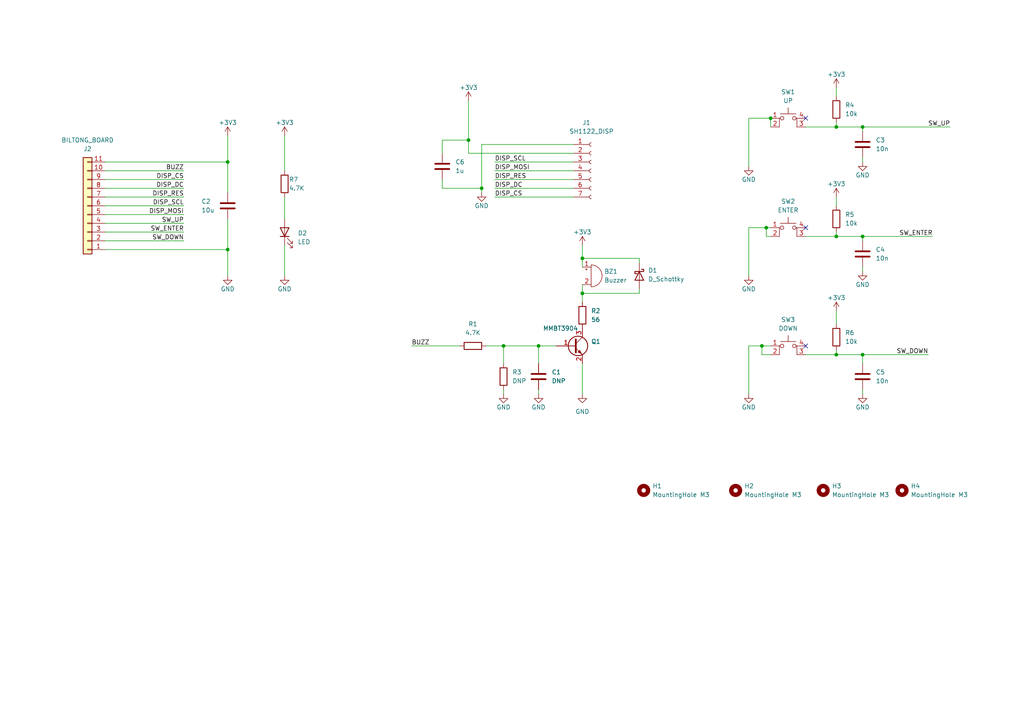
<source format=kicad_sch>
(kicad_sch (version 20230121) (generator eeschema)
  (paper "A4")
  (lib_symbols
    (symbol "Connector:Conn_01x07_Socket" (pin_names (offset 1.016) hide)
      (property "Reference" "J" (at 0 10.16 0))
      (property "Value" "Conn_01x07_Socket" (at 0 -10.16 0))
      (symbol "Conn_01x07_Socket_1_1"
        (arc (start 0 -7.112) (mid -0.5058 -7.62) (end 0 -8.128) (stroke (width 0.1524)))
        (arc (start 0 -4.572) (mid -0.5058 -5.08) (end 0 -5.588) (stroke (width 0.1524)))
        (arc (start 0 -2.032) (mid -0.5058 -2.54) (end 0 -3.048) (stroke (width 0.1524)))
        (polyline (pts (xy -1.27 -7.62) (xy -0.508 -7.62)) (stroke (width 0.1524)))
        (polyline (pts (xy -1.27 -5.08) (xy -0.508 -5.08)) (stroke (width 0.1524)))
        (polyline (pts (xy -1.27 -2.54) (xy -0.508 -2.54)) (stroke (width 0.1524)))
        (polyline (pts (xy -1.27 0) (xy -0.508 0)) (stroke (width 0.1524)))
        (polyline (pts (xy -1.27 2.54) (xy -0.508 2.54)) (stroke (width 0.1524)))
        (polyline (pts (xy -1.27 5.08) (xy -0.508 5.08)) (stroke (width 0.1524)))
        (polyline (pts (xy -1.27 7.62) (xy -0.508 7.62)) (stroke (width 0.1524)))
        (arc (start 0 0.508) (mid -0.5058 0) (end 0 -0.508) (stroke (width 0.1524)))
        (arc (start 0 3.048) (mid -0.5058 2.54) (end 0 2.032) (stroke (width 0.1524)))
        (arc (start 0 5.588) (mid -0.5058 5.08) (end 0 4.572) (stroke (width 0.1524)))
        (arc (start 0 8.128) (mid -0.5058 7.62) (end 0 7.112) (stroke (width 0.1524)))
        (pin passive line (at -5.08 7.62 0) (length 3.81) (name "Pin_1") (number "1"))
        (pin passive line (at -5.08 5.08 0) (length 3.81) (name "Pin_2") (number "2"))
        (pin passive line (at -5.08 2.54 0) (length 3.81) (name "Pin_3") (number "3"))
        (pin passive line (at -5.08 0 0) (length 3.81) (name "Pin_4") (number "4"))
        (pin passive line (at -5.08 -2.54 0) (length 3.81) (name "Pin_5") (number "5"))
        (pin passive line (at -5.08 -5.08 0) (length 3.81) (name "Pin_6") (number "6"))
        (pin passive line (at -5.08 -7.62 0) (length 3.81) (name "Pin_7") (number "7"))
      )
    )
    (symbol "Connector_Generic:Conn_01x11" (pin_names (offset 1.016) hide)
      (property "Reference" "J" (at 0 15.24 0))
      (property "Value" "Conn_01x11" (at 0 -15.24 0))
      (symbol "Conn_01x11_1_1"
        (rectangle (start -1.27 -12.573) (end 0 -12.827) (stroke (width 0.1524)))
        (rectangle (start -1.27 -10.033) (end 0 -10.287) (stroke (width 0.1524)))
        (rectangle (start -1.27 -7.493) (end 0 -7.747) (stroke (width 0.1524)))
        (rectangle (start -1.27 -4.953) (end 0 -5.207) (stroke (width 0.1524)))
        (rectangle (start -1.27 -2.413) (end 0 -2.667) (stroke (width 0.1524)))
        (rectangle (start -1.27 0.127) (end 0 -0.127) (stroke (width 0.1524)))
        (rectangle (start -1.27 2.667) (end 0 2.413) (stroke (width 0.1524)))
        (rectangle (start -1.27 5.207) (end 0 4.953) (stroke (width 0.1524)))
        (rectangle (start -1.27 7.747) (end 0 7.493) (stroke (width 0.1524)))
        (rectangle (start -1.27 10.287) (end 0 10.033) (stroke (width 0.1524)))
        (rectangle (start -1.27 12.827) (end 0 12.573) (stroke (width 0.1524)))
        (rectangle (start -1.27 13.97) (end 1.27 -13.97) (stroke (width 0.254)) (fill (type background)))
        (pin passive line (at -5.08 12.7 0) (length 3.81) (name "Pin_1") (number "1"))
        (pin passive line (at -5.08 -10.16 0) (length 3.81) (name "Pin_10") (number "10"))
        (pin passive line (at -5.08 -12.7 0) (length 3.81) (name "Pin_11") (number "11"))
        (pin passive line (at -5.08 10.16 0) (length 3.81) (name "Pin_2") (number "2"))
        (pin passive line (at -5.08 7.62 0) (length 3.81) (name "Pin_3") (number "3"))
        (pin passive line (at -5.08 5.08 0) (length 3.81) (name "Pin_4") (number "4"))
        (pin passive line (at -5.08 2.54 0) (length 3.81) (name "Pin_5") (number "5"))
        (pin passive line (at -5.08 0 0) (length 3.81) (name "Pin_6") (number "6"))
        (pin passive line (at -5.08 -2.54 0) (length 3.81) (name "Pin_7") (number "7"))
        (pin passive line (at -5.08 -5.08 0) (length 3.81) (name "Pin_8") (number "8"))
        (pin passive line (at -5.08 -7.62 0) (length 3.81) (name "Pin_9") (number "9"))
      )
    )
    (symbol "Device:Buzzer" (pin_names (offset 0.0254) hide)
      (property "Reference" "BZ" (at 3.81 1.27 0))
      (property "Value" "Buzzer" (at 3.81 -1.27 0))
      (symbol "Buzzer_0_1"
        (arc (start 0 -3.175) (mid 3.1612 0) (end 0 3.175))
        (polyline (pts (xy -1.651 1.905) (xy -1.143 1.905)))
        (polyline (pts (xy -1.397 2.159) (xy -1.397 1.651)))
        (polyline (pts (xy 0 3.175) (xy 0 -3.175)))
      )
      (symbol "Buzzer_1_1"
        (pin passive line (at -2.54 2.54 0) (length 2.54) (name "-") (number "1"))
        (pin passive line (at -2.54 -2.54 0) (length 2.54) (name "+") (number "2"))
      )
    )
    (symbol "Device:C" (pin_numbers hide) (pin_names (offset 0.254))
      (property "Reference" "C" (at 0.635 2.54 0))
      (property "Value" "C" (at 0.635 -2.54 0))
      (symbol "C_0_1"
        (polyline (pts (xy -2.032 -0.762) (xy 2.032 -0.762)) (stroke (width 0.508)))
        (polyline (pts (xy -2.032 0.762) (xy 2.032 0.762)) (stroke (width 0.508)))
      )
      (symbol "C_1_1"
        (pin passive line (at 0 3.81 270) (length 2.794) (name "~") (number "1"))
        (pin passive line (at 0 -3.81 90) (length 2.794) (name "~") (number "2"))
      )
    )
    (symbol "Device:D_Schottky" (pin_numbers hide) (pin_names (offset 1.016) hide)
      (property "Reference" "D" (at 0 2.54 0))
      (property "Value" "D_Schottky" (at 0 -2.54 0))
      (symbol "D_Schottky_0_1"
        (polyline (pts (xy 1.27 0) (xy -1.27 0)))
        (polyline (pts (xy 1.27 1.27) (xy 1.27 -1.27) (xy -1.27 0) (xy 1.27 1.27)) (stroke (width 0.254)))
        (polyline (pts (xy -1.905 0.635) (xy -1.905 1.27) (xy -1.27 1.27) (xy -1.27 -1.27) (xy -0.635 -1.27) (xy -0.635 -0.635)) (stroke (width 0.254)))
      )
      (symbol "D_Schottky_1_1"
        (pin passive line (at -3.81 0 0) (length 2.54) (name "K") (number "1"))
        (pin passive line (at 3.81 0 180) (length 2.54) (name "A") (number "2"))
      )
    )
    (symbol "Device:LED" (pin_numbers hide) (pin_names (offset 1.016) hide)
      (property "Reference" "D" (at 0 2.54 0))
      (property "Value" "LED" (at 0 -2.54 0))
      (symbol "LED_0_1"
        (polyline (pts (xy -1.27 -1.27) (xy -1.27 1.27)) (stroke (width 0.254)))
        (polyline (pts (xy -1.27 0) (xy 1.27 0)))
        (polyline (pts (xy 1.27 -1.27) (xy 1.27 1.27) (xy -1.27 0) (xy 1.27 -1.27)) (stroke (width 0.254)))
        (polyline (pts (xy -3.048 -0.762) (xy -4.572 -2.286) (xy -3.81 -2.286) (xy -4.572 -2.286) (xy -4.572 -1.524)))
        (polyline (pts (xy -1.778 -0.762) (xy -3.302 -2.286) (xy -2.54 -2.286) (xy -3.302 -2.286) (xy -3.302 -1.524)))
      )
      (symbol "LED_1_1"
        (pin passive line (at -3.81 0 0) (length 2.54) (name "K") (number "1"))
        (pin passive line (at 3.81 0 180) (length 2.54) (name "A") (number "2"))
      )
    )
    (symbol "Device:R" (pin_numbers hide) (pin_names (offset 0))
      (property "Reference" "R" (at 2.032 0 90))
      (property "Value" "R" (at 0 0 90))
      (symbol "R_0_1"
        (rectangle (start -1.016 -2.54) (end 1.016 2.54) (stroke (width 0.254)))
      )
      (symbol "R_1_1"
        (pin passive line (at 0 3.81 270) (length 1.27) (name "~") (number "1"))
        (pin passive line (at 0 -3.81 90) (length 1.27) (name "~") (number "2"))
      )
    )
    (symbol "Mechanical:MountingHole" (pin_names (offset 1.016))
      (property "Reference" "H" (at 0 5.08 0))
      (property "Value" "MountingHole" (at 0 3.175 0))
      (symbol "MountingHole_0_1"
        (circle (center 0 0) (radius 1.27) (stroke (width 1.27)))
      )
    )
    (symbol "Switch:SW_MEC_5E" (pin_names (offset 1.016) hide)
      (property "Reference" "SW" (at 0.635 5.715 0))
      (property "Value" "SW_MEC_5E" (at 0 -3.175 0))
      (symbol "SW_MEC_5E_0_1"
        (circle (center -1.778 2.54) (radius 0.508))
        (polyline (pts (xy -2.286 3.81) (xy 2.286 3.81)))
        (polyline (pts (xy 0 3.81) (xy 0 5.588)))
        (polyline (pts (xy -2.54 0) (xy -2.54 2.54) (xy -2.286 2.54)))
        (polyline (pts (xy 2.54 0) (xy 2.54 2.54) (xy 2.286 2.54)))
        (circle (center 1.778 2.54) (radius 0.508))
        (pin passive line (at -5.08 2.54 0) (length 2.54) (name "1") (number "1"))
        (pin passive line (at -5.08 0 0) (length 2.54) (name "2") (number "2"))
        (pin passive line (at 5.08 0 180) (length 2.54) (name "K") (number "3"))
        (pin passive line (at 5.08 2.54 180) (length 2.54) (name "A") (number "4"))
      )
    )
    (symbol "Transistor_BJT:MMBT3904" (pin_names (offset 0) hide)
      (property "Reference" "Q" (at 5.08 1.905 0))
      (property "Value" "MMBT3904" (at 5.08 0 0))
      (symbol "MMBT3904_0_1"
        (polyline (pts (xy 0.635 0.635) (xy 2.54 2.54)))
        (polyline (pts (xy 0.635 -0.635) (xy 2.54 -2.54) (xy 2.54 -2.54)))
        (polyline (pts (xy 0.635 1.905) (xy 0.635 -1.905) (xy 0.635 -1.905)) (stroke (width 0.508)))
        (polyline (pts (xy 1.27 -1.778) (xy 1.778 -1.27) (xy 2.286 -2.286) (xy 1.27 -1.778) (xy 1.27 -1.778)) (fill (type outline)))
        (circle (center 1.27 0) (radius 2.8194) (stroke (width 0.254)))
      )
      (symbol "MMBT3904_1_1"
        (pin input line (at -5.08 0 0) (length 5.715) (name "B") (number "1"))
        (pin passive line (at 2.54 -5.08 90) (length 2.54) (name "E") (number "2"))
        (pin passive line (at 2.54 5.08 270) (length 2.54) (name "C") (number "3"))
      )
    )
    (symbol "power:+3V3" (power) (pin_names (offset 0))
      (property "Value" "+3V3" (at 0 3.556 0))
      (symbol "+3V3_0_1"
        (polyline (pts (xy -0.762 1.27) (xy 0 2.54)))
        (polyline (pts (xy 0 0) (xy 0 2.54)))
        (polyline (pts (xy 0 2.54) (xy 0.762 1.27)))
      )
      (symbol "+3V3_1_1"
        (pin power_in line (at 0 0 90) (length 0) hide (name "+3V3") (number "1"))
      )
    )
    (symbol "power:GND" (power) (pin_names (offset 0))
      (property "Value" "GND" (at 0 -3.81 0))
      (symbol "GND_0_1"
        (polyline (pts (xy 0 0) (xy 0 -1.27) (xy 1.27 -1.27) (xy 0 -2.54) (xy -1.27 -1.27) (xy 0 -1.27)))
      )
      (symbol "GND_1_1"
        (pin power_in line (at 0 0 270) (length 0) hide (name "GND") (number "1"))
      )
    )
  )
  (junction (at 220.98 100.33))
  (junction (at 242.57 102.87))
  (junction (at 250.19 36.83))
  (junction (at 242.57 68.58))
  (junction (at 66.04 46.99))
  (junction (at 223.52 34.29))
  (junction (at 168.91 74.93))
  (junction (at 66.04 72.39))
  (junction (at 222.25 66.04))
  (junction (at 135.89 40.64))
  (junction (at 139.7 54.61))
  (junction (at 168.91 85.09))
  (junction (at 146.05 100.33))
  (junction (at 242.57 36.83))
  (junction (at 250.19 102.87))
  (junction (at 250.19 68.58))
  (junction (at 156.21 100.33))
  (no_connect (at 233.68 100.33))
  (no_connect (at 233.68 66.04))
  (no_connect (at 233.68 34.29))
  (wire (pts (xy 185.42 76.2) (xy 185.42 74.93)))
  (wire (pts (xy 143.51 57.15) (xy 166.37 57.15)))
  (wire (pts (xy 242.57 36.83) (xy 242.57 35.56)))
  (wire (pts (xy 146.05 100.33) (xy 156.21 100.33)))
  (wire (pts (xy 250.19 36.83) (xy 242.57 36.83)))
  (wire (pts (xy 133.35 100.33) (xy 119.38 100.33)))
  (wire (pts (xy 185.42 74.93) (xy 168.91 74.93)))
  (wire (pts (xy 220.98 102.87) (xy 220.98 100.33)))
  (wire (pts (xy 128.27 40.64) (xy 135.89 40.64)))
  (wire (pts (xy 66.04 46.99) (xy 66.04 39.37)))
  (wire (pts (xy 30.48 54.61) (xy 53.34 54.61)))
  (wire (pts (xy 250.19 114.3) (xy 250.19 113.03)))
  (wire (pts (xy 217.17 100.33) (xy 220.98 100.33)))
  (wire (pts (xy 30.48 64.77) (xy 53.34 64.77)))
  (wire (pts (xy 30.48 57.15) (xy 53.34 57.15)))
  (wire (pts (xy 82.55 39.37) (xy 82.55 49.53)))
  (wire (pts (xy 222.25 66.04) (xy 223.52 66.04)))
  (wire (pts (xy 223.52 68.58) (xy 222.25 68.58)))
  (wire (pts (xy 30.48 52.07) (xy 53.34 52.07)))
  (wire (pts (xy 220.98 100.33) (xy 223.52 100.33)))
  (wire (pts (xy 30.48 49.53) (xy 53.34 49.53)))
  (wire (pts (xy 66.04 80.01) (xy 66.04 72.39)))
  (wire (pts (xy 140.97 100.33) (xy 146.05 100.33)))
  (wire (pts (xy 146.05 114.3) (xy 146.05 113.03)))
  (wire (pts (xy 250.19 78.74) (xy 250.19 77.47)))
  (wire (pts (xy 166.37 41.91) (xy 139.7 41.91)))
  (wire (pts (xy 233.68 36.83) (xy 242.57 36.83)))
  (wire (pts (xy 135.89 44.45) (xy 166.37 44.45)))
  (wire (pts (xy 156.21 100.33) (xy 161.29 100.33)))
  (wire (pts (xy 242.57 102.87) (xy 242.57 101.6)))
  (wire (pts (xy 146.05 100.33) (xy 146.05 105.41)))
  (wire (pts (xy 250.19 68.58) (xy 250.19 69.85)))
  (wire (pts (xy 66.04 63.5) (xy 66.04 72.39)))
  (wire (pts (xy 250.19 102.87) (xy 250.19 105.41)))
  (wire (pts (xy 250.19 102.87) (xy 269.24 102.87)))
  (wire (pts (xy 30.48 67.31) (xy 53.34 67.31)))
  (wire (pts (xy 168.91 82.55) (xy 168.91 85.09)))
  (wire (pts (xy 128.27 44.45) (xy 128.27 40.64)))
  (wire (pts (xy 30.48 72.39) (xy 66.04 72.39)))
  (wire (pts (xy 156.21 100.33) (xy 156.21 105.41)))
  (wire (pts (xy 82.55 71.12) (xy 82.55 80.01)))
  (wire (pts (xy 168.91 74.93) (xy 168.91 77.47)))
  (wire (pts (xy 135.89 40.64) (xy 135.89 44.45)))
  (wire (pts (xy 128.27 52.07) (xy 128.27 54.61)))
  (wire (pts (xy 128.27 54.61) (xy 139.7 54.61)))
  (wire (pts (xy 223.52 102.87) (xy 220.98 102.87)))
  (wire (pts (xy 217.17 34.29) (xy 223.52 34.29)))
  (wire (pts (xy 242.57 90.17) (xy 242.57 93.98)))
  (wire (pts (xy 168.91 85.09) (xy 168.91 87.63)))
  (wire (pts (xy 185.42 83.82) (xy 185.42 85.09)))
  (wire (pts (xy 217.17 66.04) (xy 222.25 66.04)))
  (wire (pts (xy 168.91 105.41) (xy 168.91 114.3)))
  (wire (pts (xy 143.51 54.61) (xy 166.37 54.61)))
  (wire (pts (xy 139.7 41.91) (xy 139.7 54.61)))
  (wire (pts (xy 217.17 34.29) (xy 217.17 48.26)))
  (wire (pts (xy 242.57 25.4) (xy 242.57 27.94)))
  (wire (pts (xy 250.19 36.83) (xy 275.59 36.83)))
  (wire (pts (xy 30.48 62.23) (xy 53.34 62.23)))
  (wire (pts (xy 250.19 68.58) (xy 270.51 68.58)))
  (wire (pts (xy 222.25 68.58) (xy 222.25 66.04)))
  (wire (pts (xy 66.04 55.88) (xy 66.04 46.99)))
  (wire (pts (xy 30.48 69.85) (xy 53.34 69.85)))
  (wire (pts (xy 217.17 100.33) (xy 217.17 114.3)))
  (wire (pts (xy 30.48 59.69) (xy 53.34 59.69)))
  (wire (pts (xy 82.55 57.15) (xy 82.55 63.5)))
  (wire (pts (xy 143.51 46.99) (xy 166.37 46.99)))
  (wire (pts (xy 242.57 102.87) (xy 250.19 102.87)))
  (wire (pts (xy 250.19 46.99) (xy 250.19 45.72)))
  (wire (pts (xy 143.51 49.53) (xy 166.37 49.53)))
  (wire (pts (xy 156.21 113.03) (xy 156.21 114.3)))
  (wire (pts (xy 30.48 46.99) (xy 66.04 46.99)))
  (wire (pts (xy 242.57 68.58) (xy 250.19 68.58)))
  (wire (pts (xy 143.51 52.07) (xy 166.37 52.07)))
  (wire (pts (xy 135.89 29.21) (xy 135.89 40.64)))
  (wire (pts (xy 223.52 36.83) (xy 223.52 34.29)))
  (wire (pts (xy 233.68 102.87) (xy 242.57 102.87)))
  (wire (pts (xy 250.19 36.83) (xy 250.19 38.1)))
  (wire (pts (xy 168.91 71.12) (xy 168.91 74.93)))
  (wire (pts (xy 242.57 57.15) (xy 242.57 59.69)))
  (wire (pts (xy 242.57 68.58) (xy 242.57 67.31)))
  (wire (pts (xy 233.68 68.58) (xy 242.57 68.58)))
  (wire (pts (xy 217.17 66.04) (xy 217.17 80.01)))
  (wire (pts (xy 185.42 85.09) (xy 168.91 85.09)))
  (wire (pts (xy 139.7 54.61) (xy 139.7 55.88)))
  (label "DISP_SCL" (at 143.51 46.99 0))
  (label "DISP_MOSI" (at 53.34 62.23 180))
  (label "SW_ENTER" (at 53.34 67.31 180))
  (label "DISP_RES" (at 53.34 57.15 180))
  (label "DISP_CS" (at 53.34 52.07 180))
  (label "DISP_SCL" (at 53.34 59.69 180))
  (label "DISP_DC" (at 53.34 54.61 180))
  (label "SW_ENTER" (at 270.51 68.58 180))
  (label "BUZZ" (at 53.34 49.53 180))
  (label "SW_UP" (at 275.59 36.83 180))
  (label "DISP_RES" (at 143.51 52.07 0))
  (label "DISP_DC" (at 143.51 54.61 0))
  (label "SW_DOWN" (at 269.24 102.87 180))
  (label "DISP_CS" (at 143.51 57.15 0))
  (label "SW_UP" (at 53.34 64.77 180))
  (label "BUZZ" (at 119.38 100.33 0))
  (label "SW_DOWN" (at 53.34 69.85 180))
  (label "DISP_MOSI" (at 143.51 49.53 0))
  (symbol (lib_id "Device:R") (at 146.05 109.22 180) (unit 1)
    (property "Reference" "R3" (at 148.59 107.95 0) (effects (justify right)))
    (property "Value" "DNP" (at 148.59 110.49 0) (effects (justify right)))
    (property "Footprint" "Resistor_SMD:R_0603_1608Metric" (effects hide))
  )
  (symbol (lib_id "Device:C") (at 128.27 48.26 0) (unit 1)
    (property "Reference" "C6" (at 132.08 46.99 0) (effects (justify left)))
    (property "Value" "1u" (at 132.08 49.53 0) (effects (justify left)))
    (property "Footprint" "Capacitor_SMD:C_0603_1608Metric" (effects hide))
  )
  (symbol (lib_id "Device:C") (at 156.21 109.22 0) (unit 1)
    (property "Reference" "C1" (at 160.02 107.95 0) (effects (justify left)))
    (property "Value" "DNP" (at 160.02 110.49 0) (effects (justify left)))
    (property "Footprint" "Capacitor_SMD:C_0603_1608Metric" (effects hide))
  )
  (symbol (lib_id "Device:C") (at 66.04 59.69 0) (unit 1)
    (property "Reference" "C2" (at 58.42 58.42 0) (effects (justify left)))
    (property "Value" "10u" (at 58.42 60.96 0) (effects (justify left)))
    (property "Footprint" "Capacitor_THT:CP_Radial_D4.0mm_P2.00mm" (effects hide))
  )
  (symbol (lib_id "power:+3V3") (at 66.04 39.37 0) (unit 1)
    (property "Reference" "#PWR02" (effects hide))
    (property "Value" "+3V3" (at 66.04 35.56 0))
  )
  (symbol (lib_id "Mechanical:MountingHole") (at 261.62 142.24 0) (unit 1)
    (property "Reference" "H4" (at 264.16 140.97 0) (effects (justify left)))
    (property "Value" "MountingHole M3" (at 264.16 143.51 0) (effects (justify left)))
    (property "Footprint" "MountingHole:MountingHole_3.2mm_M3" (effects hide))
  )
  (symbol (lib_id "power:GND") (at 217.17 80.01 0) (unit 1)
    (property "Reference" "#PWR012" (effects hide))
    (property "Value" "GND" (at 217.17 83.82 0))
  )
  (symbol (lib_id "Device:C") (at 250.19 73.66 0) (unit 1)
    (property "Reference" "C4" (at 254 72.39 0) (effects (justify left)))
    (property "Value" "10n" (at 254 74.93 0) (effects (justify left)))
    (property "Footprint" "Capacitor_SMD:C_0603_1608Metric" (effects hide))
  )
  (symbol (lib_id "Device:R") (at 242.57 97.79 180) (unit 1)
    (property "Reference" "R6" (at 245.11 96.52 0) (effects (justify right)))
    (property "Value" "10k" (at 245.11 99.06 0) (effects (justify right)))
    (property "Footprint" "Resistor_SMD:R_0603_1608Metric" (effects hide))
  )
  (symbol (lib_id "Mechanical:MountingHole") (at 213.36 142.24 90) (unit 1)
    (property "Reference" "H2" (at 215.9 140.97 90) (effects (justify right)))
    (property "Value" "MountingHole M3" (at 215.9 143.51 90) (effects (justify right)))
    (property "Footprint" "MountingHole:MountingHole_3.2mm_M3" (effects hide))
  )
  (symbol (lib_id "Device:R") (at 168.91 91.44 180) (unit 1)
    (property "Reference" "R2" (at 171.45 90.17 0) (effects (justify right)))
    (property "Value" "56" (at 171.45 92.71 0) (effects (justify right)))
    (property "Footprint" "Resistor_SMD:R_1206_3216Metric" (effects hide))
  )
  (symbol (lib_id "power:GND") (at 217.17 114.3 0) (unit 1)
    (property "Reference" "#PWR015" (effects hide))
    (property "Value" "GND" (at 217.17 118.11 0))
  )
  (symbol (lib_id "Device:R") (at 242.57 31.75 180) (unit 1)
    (property "Reference" "R4" (at 245.11 30.48 0) (effects (justify right)))
    (property "Value" "10k" (at 245.11 33.02 0) (effects (justify right)))
    (property "Footprint" "Resistor_SMD:R_0603_1608Metric" (effects hide))
  )
  (symbol (lib_id "power:GND") (at 217.17 48.26 0) (unit 1)
    (property "Reference" "#PWR09" (effects hide))
    (property "Value" "GND" (at 217.17 52.07 0))
  )
  (symbol (lib_id "power:GND") (at 66.04 80.01 0) (unit 1)
    (property "Reference" "#PWR03" (effects hide))
    (property "Value" "GND" (at 66.04 83.82 0))
  )
  (symbol (lib_id "Switch:SW_MEC_5E") (at 228.6 102.87 0) (unit 1)
    (property "Reference" "SW3" (at 228.6 92.71 0))
    (property "Value" "DOWN" (at 228.6 95.25 0))
    (property "Footprint" "BiltongBoardControlDeck:TS14-1212-150-BK-260-SCR-D" (effects hide))
    (property "Datasheet" "https://www.digikey.com/en/products/detail/same-sky-formerly-cui-devices/TS14-1212-150-BK-260-SCR-D/16562724?s=N4IgTCBcDaICoGUCMAWAtEsmMFYAMaAQgNJpgBsBCAwgEpoAiIAugL5A" (effects hide))
  )
  (symbol (lib_id "power:GND") (at 250.19 78.74 0) (unit 1)
    (property "Reference" "#PWR014" (effects hide))
    (property "Value" "GND" (at 250.19 82.55 0))
  )
  (symbol (lib_id "Connector_Generic:Conn_01x11") (at 25.4 59.69 180) (unit 1)
    (property "Reference" "J2" (at 25.4 43.18 0))
    (property "Value" "BILTONG_BOARD" (at 25.4 40.64 0))
    (property "Footprint" "Connector_JST:JST_PH_B11B-PH-K_1x11_P2.00mm_Vertical" (effects hide))
  )
  (symbol (lib_id "Transistor_BJT:MMBT3904") (at 166.37 100.33 0) (unit 1)
    (property "Reference" "Q1" (at 171.45 99.06 0) (effects (justify left)))
    (property "Value" "MMBT3904" (at 157.48 95.25 0) (effects (justify left)))
    (property "Footprint" "Package_TO_SOT_SMD:SOT-23" (effects hide))
    (property "Datasheet" "https://www.onsemi.com/pub/Collateral/2N3903-D.PDF" (effects hide))
  )
  (symbol (lib_id "power:GND") (at 146.05 114.3 0) (unit 1)
    (property "Reference" "#PWR06" (effects hide))
    (property "Value" "GND" (at 146.05 118.11 0))
  )
  (symbol (lib_id "power:+3V3") (at 242.57 25.4 0) (unit 1)
    (property "Reference" "#PWR010" (effects hide))
    (property "Value" "+3V3" (at 242.57 21.59 0))
  )
  (symbol (lib_id "power:GND") (at 82.55 80.01 0) (mirror y) (unit 1)
    (property "Reference" "#PWR019" (effects hide))
    (property "Value" "GND" (at 82.55 83.82 0))
  )
  (symbol (lib_id "power:+3V3") (at 242.57 90.17 0) (unit 1)
    (property "Reference" "#PWR016" (effects hide))
    (property "Value" "+3V3" (at 242.57 86.36 0))
  )
  (symbol (lib_id "power:GND") (at 250.19 46.99 0) (unit 1)
    (property "Reference" "#PWR011" (effects hide))
    (property "Value" "GND" (at 250.19 50.8 0))
  )
  (symbol (lib_id "Switch:SW_MEC_5E") (at 228.6 36.83 0) (unit 1)
    (property "Reference" "SW1" (at 228.6 26.67 0))
    (property "Value" "UP" (at 228.6 29.21 0))
    (property "Footprint" "BiltongBoardControlDeck:TS14-1212-150-BK-260-SCR-D" (effects hide))
    (property "Datasheet" "https://www.digikey.com/en/products/detail/same-sky-formerly-cui-devices/TS14-1212-150-BK-260-SCR-D/16562724?s=N4IgTCBcDaICoGUCMAWAtEsmMFYAMaAQgNJpgBsBCAwgEpoAiIAugL5A" (effects hide))
  )
  (symbol (lib_id "Device:R") (at 242.57 63.5 180) (unit 1)
    (property "Reference" "R5" (at 245.11 62.23 0) (effects (justify right)))
    (property "Value" "10k" (at 245.11 64.77 0) (effects (justify right)))
    (property "Footprint" "Resistor_SMD:R_0603_1608Metric" (effects hide))
  )
  (symbol (lib_id "power:+3V3") (at 135.89 29.21 0) (mirror y) (unit 1)
    (property "Reference" "#PWR07" (effects hide))
    (property "Value" "+3V3" (at 135.89 25.4 0))
  )
  (symbol (lib_id "Device:C") (at 250.19 41.91 0) (unit 1)
    (property "Reference" "C3" (at 254 40.64 0) (effects (justify left)))
    (property "Value" "10n" (at 254 43.18 0) (effects (justify left)))
    (property "Footprint" "Capacitor_SMD:C_0603_1608Metric" (effects hide))
  )
  (symbol (lib_id "Mechanical:MountingHole") (at 238.76 142.24 0) (unit 1)
    (property "Reference" "H3" (at 241.3 140.97 0) (effects (justify left)))
    (property "Value" "MountingHole M3" (at 241.3 143.51 0) (effects (justify left)))
    (property "Footprint" "MountingHole:MountingHole_3.2mm_M3" (effects hide))
  )
  (symbol (lib_id "Switch:SW_MEC_5E") (at 228.6 68.58 0) (unit 1)
    (property "Reference" "SW2" (at 228.6 58.42 0))
    (property "Value" "ENTER" (at 228.6 60.96 0))
    (property "Footprint" "BiltongBoardControlDeck:TS14-1212-150-BK-260-SCR-D" (effects hide))
    (property "Datasheet" "https://www.digikey.com/en/products/detail/same-sky-formerly-cui-devices/TS14-1212-150-BK-260-SCR-D/16562724?s=N4IgTCBcDaICoGUCMAWAtEsmMFYAMaAQgNJpgBsBCAwgEpoAiIAugL5A" (effects hide))
  )
  (symbol (lib_id "power:GND") (at 250.19 114.3 0) (unit 1)
    (property "Reference" "#PWR017" (effects hide))
    (property "Value" "GND" (at 250.19 118.11 0))
  )
  (symbol (lib_id "Device:Buzzer") (at 171.45 80.01 0) (unit 1)
    (property "Reference" "BZ1" (at 175.26 78.74 0) (effects (justify left)))
    (property "Value" "Buzzer" (at 175.26 81.28 0) (effects (justify left)))
    (property "Footprint" "BiltongBoardControlDeck:GT-111P" (effects hide))
    (property "Datasheet" "https://www.digikey.ca/en/products/detail/soberton-inc/GT-111P/479666" (effects hide))
  )
  (symbol (lib_id "power:GND") (at 139.7 55.88 0) (mirror y) (unit 1)
    (property "Reference" "#PWR08" (effects hide))
    (property "Value" "GND" (at 139.7 59.69 0))
  )
  (symbol (lib_id "power:GND") (at 168.91 114.3 0) (unit 1)
    (property "Reference" "#PWR01" (effects hide))
    (property "Value" "GND" (at 168.91 119.38 0))
  )
  (symbol (lib_id "power:+3V3") (at 168.91 71.12 0) (mirror y) (unit 1)
    (property "Reference" "#PWR04" (effects hide))
    (property "Value" "+3V3" (at 168.91 67.31 0))
  )
  (symbol (lib_id "Connector:Conn_01x07_Socket") (at 171.45 49.53 0) (unit 1)
    (property "Reference" "J1" (at 168.91 35.56 0) (effects (justify left)))
    (property "Value" "SH1122_DISP" (at 165.1 38.1 0) (effects (justify left)))
    (property "Footprint" "Connector_PinHeader_2.54mm:PinHeader_1x07_P2.54mm_Vertical" (effects hide))
  )
  (symbol (lib_id "power:+3V3") (at 242.57 57.15 0) (unit 1)
    (property "Reference" "#PWR013" (effects hide))
    (property "Value" "+3V3" (at 242.57 53.34 0))
  )
  (symbol (lib_id "Device:C") (at 250.19 109.22 0) (unit 1)
    (property "Reference" "C5" (at 254 107.95 0) (effects (justify left)))
    (property "Value" "10n" (at 254 110.49 0) (effects (justify left)))
    (property "Footprint" "Capacitor_SMD:C_0603_1608Metric" (effects hide))
  )
  (symbol (lib_id "Device:R") (at 137.16 100.33 90) (unit 1)
    (property "Reference" "R1" (at 137.16 93.98 90))
    (property "Value" "4.7K" (at 137.16 96.52 90))
    (property "Footprint" "Resistor_SMD:R_0603_1608Metric" (effects hide))
  )
  (symbol (lib_id "Mechanical:MountingHole") (at 186.69 142.24 0) (unit 1)
    (property "Reference" "H1" (at 189.23 140.97 0) (effects (justify left)))
    (property "Value" "MountingHole M3" (at 189.23 143.51 0) (effects (justify left)))
    (property "Footprint" "MountingHole:MountingHole_3.2mm_M3" (effects hide))
  )
  (symbol (lib_id "power:+3V3") (at 82.55 39.37 0) (mirror y) (unit 1)
    (property "Reference" "#PWR018" (effects hide))
    (property "Value" "+3V3" (at 82.55 35.56 0))
  )
  (symbol (lib_id "Device:D_Schottky") (at 185.42 80.01 270) (unit 1)
    (property "Reference" "D1" (at 187.96 78.4225 90) (effects (justify left)))
    (property "Value" "D_Schottky" (at 187.96 80.9625 90) (effects (justify left)))
    (property "Footprint" "Diode_SMD:D_SOD-323" (effects hide))
    (property "Datasheet" "https://www.digikey.com/en/products/detail/micro-commercial-co/SD101AWS-TP/717300" (effects hide))
  )
  (symbol (lib_id "Device:R") (at 82.55 53.34 180) (unit 1)
    (property "Reference" "R7" (at 83.82 52.07 0) (effects (justify right)))
    (property "Value" "4.7K" (at 83.82 54.61 0) (effects (justify right)))
    (property "Footprint" "Resistor_SMD:R_0603_1608Metric" (effects hide))
  )
  (symbol (lib_id "power:GND") (at 156.21 114.3 0) (unit 1)
    (property "Reference" "#PWR05" (effects hide))
    (property "Value" "GND" (at 156.21 118.11 0))
  )
  (symbol (lib_id "Device:LED") (at 82.55 67.31 90) (unit 1)
    (property "Reference" "D2" (at 86.36 67.6275 90) (effects (justify right)))
    (property "Value" "LED" (at 86.36 70.1675 90) (effects (justify right)))
    (property "Footprint" "LED_SMD:LED_0603_1608Metric" (effects hide))
  )
)
</source>
